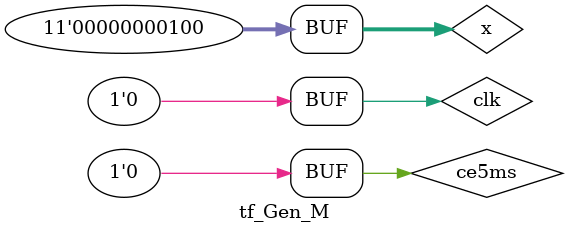
<source format=v>
`timescale 1ns / 1ps


module tf_Gen_M;

	// Inputs
	reg clk;
	reg ce5ms;
	reg [10:0] x;

	// Outputs
	wire s;

	// Instantiate the Unit Under Test (UUT)
	Gen_M uut (
		.clk(clk), 
		.ce5ms(ce5ms), 
		.x(x), 
		.s(s)
	);

	parameter T5ms = 5000000;
	always begin #(T5ms - 20); ce5ms = 1; #20; ce5ms = 0; end;
	parameter Tclk = 20;
	always begin #(Tclk/2); clk = 1; #(Tclk/2); clk = 0; end;
	

	initial begin
		// Initialize Inputs
		clk = 0;
		ce5ms = 0;
		x = 4;

		// Wait 100 ns for global reset to finish
		#100;
        
		// Add stimulus here

	end
      
endmodule


</source>
